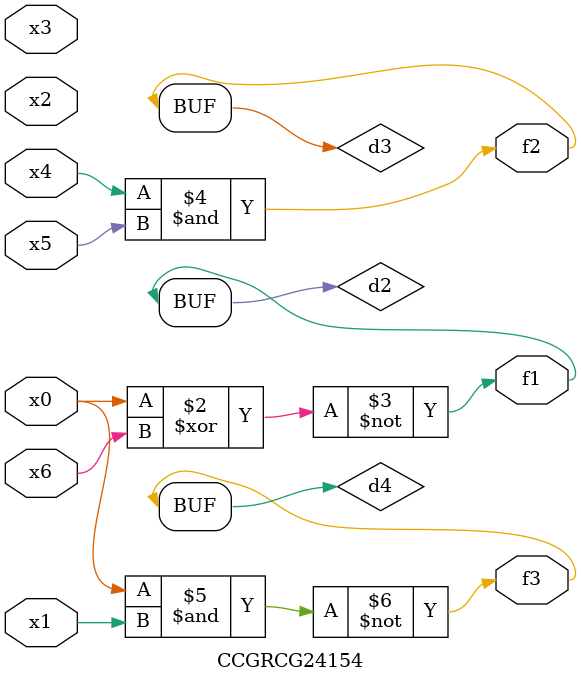
<source format=v>
module CCGRCG24154(
	input x0, x1, x2, x3, x4, x5, x6,
	output f1, f2, f3
);

	wire d1, d2, d3, d4;

	nor (d1, x0);
	xnor (d2, x0, x6);
	and (d3, x4, x5);
	nand (d4, x0, x1);
	assign f1 = d2;
	assign f2 = d3;
	assign f3 = d4;
endmodule

</source>
